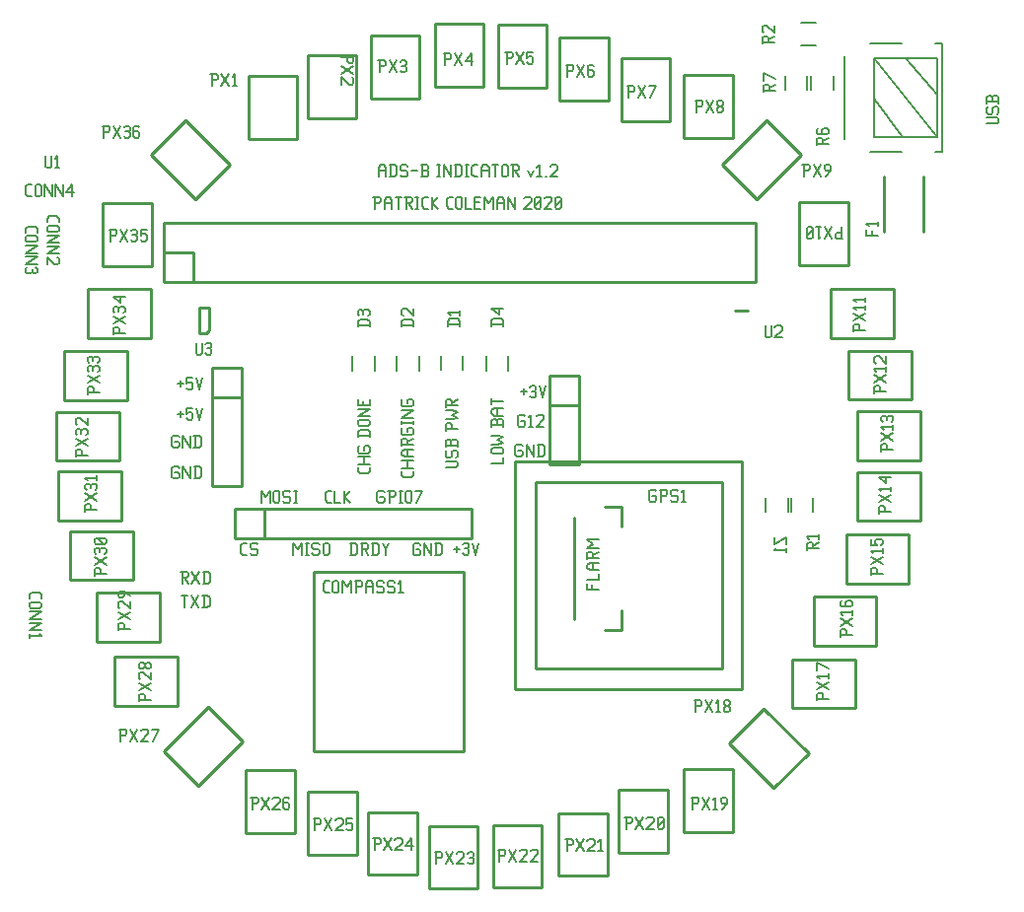
<source format=gbr>
G04 start of page 8 for group -4079 idx -4079 *
G04 Title: (unknown), topsilk *
G04 Creator: pcb 4.2.0 *
G04 CreationDate: Sun Feb  2 22:12:39 2020 UTC *
G04 For: blinken *
G04 Format: Gerber/RS-274X *
G04 PCB-Dimensions (mm): 90.16 90.16 *
G04 PCB-Coordinate-Origin: lower left *
%MOMM*%
%FSLAX43Y43*%
%LNTOPSILK*%
%ADD74C,0.203*%
%ADD73C,0.254*%
%ADD72C,0.200*%
G54D72*X13290Y56348D02*X13798D01*
X13544Y56602D02*Y56094D01*
X14103Y56856D02*X14611D01*
X14103D02*Y56348D01*
X14230Y56475D01*
X14484D01*
X14611Y56348D01*
Y55967D01*
X14484Y55840D02*X14611Y55967D01*
X14230Y55840D02*X14484D01*
X14103Y55967D02*X14230Y55840D01*
X14916Y56856D02*X15170Y55840D01*
X15424Y56856D01*
X13290Y53758D02*X13798D01*
X13544Y54012D02*Y53504D01*
X14103Y54266D02*X14611D01*
X14103D02*Y53758D01*
X14230Y53885D01*
X14484D01*
X14611Y53758D01*
Y53377D01*
X14484Y53250D02*X14611Y53377D01*
X14230Y53250D02*X14484D01*
X14103Y53377D02*X14230Y53250D01*
X14916Y54266D02*X15170Y53250D01*
X15424Y54266D01*
X13328Y51866D02*X13455Y51739D01*
X12947Y51866D02*X13328D01*
X12820Y51739D02*X12947Y51866D01*
X12820Y51739D02*Y50977D01*
X12947Y50850D01*
X13328D01*
X13455Y50977D01*
Y51231D02*Y50977D01*
X13328Y51358D02*X13455Y51231D01*
X13074Y51358D02*X13328D01*
X13760Y51866D02*Y50850D01*
Y51866D02*X14395Y50850D01*
Y51866D02*Y50850D01*
X14827Y51866D02*Y50850D01*
X15157Y51866D02*X15335Y51688D01*
Y51028D01*
X15157Y50850D02*X15335Y51028D01*
X14700Y50850D02*X15157D01*
X14700Y51866D02*X15157D01*
X13358Y49236D02*X13485Y49109D01*
X12977Y49236D02*X13358D01*
X12850Y49109D02*X12977Y49236D01*
X12850Y49109D02*Y48347D01*
X12977Y48220D01*
X13358D01*
X13485Y48347D01*
Y48601D02*Y48347D01*
X13358Y48728D02*X13485Y48601D01*
X13104Y48728D02*X13358D01*
X13790Y49236D02*Y48220D01*
Y49236D02*X14425Y48220D01*
Y49236D02*Y48220D01*
X14857Y49236D02*Y48220D01*
X15187Y49236D02*X15365Y49058D01*
Y48398D01*
X15187Y48220D02*X15365Y48398D01*
X14730Y48220D02*X15187D01*
X14730Y49236D02*X15187D01*
X28237Y42616D02*Y41600D01*
X28567Y42616D02*X28745Y42438D01*
Y41778D01*
X28567Y41600D02*X28745Y41778D01*
X28110Y41600D02*X28567D01*
X28110Y42616D02*X28567D01*
X29050D02*X29558D01*
X29685Y42489D01*
Y42235D01*
X29558Y42108D02*X29685Y42235D01*
X29177Y42108D02*X29558D01*
X29177Y42616D02*Y41600D01*
X29380Y42108D02*X29685Y41600D01*
X30117Y42616D02*Y41600D01*
X30447Y42616D02*X30625Y42438D01*
Y41778D01*
X30447Y41600D02*X30625Y41778D01*
X29990Y41600D02*X30447D01*
X29990Y42616D02*X30447D01*
X30929D02*X31183Y42108D01*
X31437Y42616D01*
X31183Y42108D02*Y41600D01*
X26178Y46140D02*X26508D01*
X26000Y46318D02*X26178Y46140D01*
X26000Y46978D02*Y46318D01*
Y46978D02*X26178Y47156D01*
X26508D01*
X26813D02*Y46140D01*
X27321D01*
X27626Y47156D02*Y46140D01*
Y46648D02*X28134Y47156D01*
X27626Y46648D02*X28134Y46140D01*
X20500Y47156D02*Y46140D01*
Y47156D02*X20881Y46648D01*
X21262Y47156D01*
Y46140D01*
X21567Y47029D02*Y46267D01*
Y47029D02*X21694Y47156D01*
X21948D01*
X22075Y47029D01*
Y46267D01*
X21948Y46140D02*X22075Y46267D01*
X21694Y46140D02*X21948D01*
X21567Y46267D02*X21694Y46140D01*
X22888Y47156D02*X23015Y47029D01*
X22507Y47156D02*X22888D01*
X22380Y47029D02*X22507Y47156D01*
X22380Y47029D02*Y46775D01*
X22507Y46648D01*
X22888D01*
X23015Y46521D01*
Y46267D01*
X22888Y46140D02*X23015Y46267D01*
X22507Y46140D02*X22888D01*
X22380Y46267D02*X22507Y46140D01*
X23319Y47156D02*X23573D01*
X23446D02*Y46140D01*
X23319D02*X23573D01*
X23250Y42656D02*Y41640D01*
Y42656D02*X23631Y42148D01*
X24012Y42656D01*
Y41640D01*
X24317Y42656D02*X24571D01*
X24444D02*Y41640D01*
X24317D02*X24571D01*
X25384Y42656D02*X25511Y42529D01*
X25003Y42656D02*X25384D01*
X24876Y42529D02*X25003Y42656D01*
X24876Y42529D02*Y42275D01*
X25003Y42148D01*
X25384D01*
X25511Y42021D01*
Y41767D01*
X25384Y41640D02*X25511Y41767D01*
X25003Y41640D02*X25384D01*
X24876Y41767D02*X25003Y41640D01*
X25815Y42529D02*Y41767D01*
Y42529D02*X25942Y42656D01*
X26196D01*
X26323Y42529D01*
Y41767D01*
X26196Y41640D02*X26323Y41767D01*
X25942Y41640D02*X26196D01*
X25815Y41767D02*X25942Y41640D01*
X18928D02*X19258D01*
X18750Y41818D02*X18928Y41640D01*
X18750Y42478D02*Y41818D01*
Y42478D02*X18928Y42656D01*
X19258D01*
X20071D02*X20198Y42529D01*
X19690Y42656D02*X20071D01*
X19563Y42529D02*X19690Y42656D01*
X19563Y42529D02*Y42275D01*
X19690Y42148D01*
X20071D01*
X20198Y42021D01*
Y41767D01*
X20071Y41640D02*X20198Y41767D01*
X19690Y41640D02*X20071D01*
X19563Y41767D02*X19690Y41640D01*
X33560Y48798D02*Y48468D01*
X33382Y48290D02*X33560Y48468D01*
X32722Y48290D02*X33382D01*
X32722D02*X32544Y48468D01*
Y48798D02*Y48468D01*
Y49103D02*X33560D01*
X32544Y49738D02*X33560D01*
X33052D02*Y49103D01*
X32798Y50043D02*X33560D01*
X32798D02*X32544Y50221D01*
Y50500D02*Y50221D01*
Y50500D02*X32798Y50678D01*
X33560D01*
X33052D02*Y50043D01*
X32544Y51491D02*Y50983D01*
Y51491D02*X32671Y51618D01*
X32925D01*
X33052Y51491D02*X32925Y51618D01*
X33052Y51491D02*Y51110D01*
X32544D02*X33560D01*
X33052Y51313D02*X33560Y51618D01*
X32544Y52430D02*X32671Y52557D01*
X32544Y52430D02*Y52049D01*
X32671Y51922D02*X32544Y52049D01*
X32671Y51922D02*X33433D01*
X33560Y52049D01*
Y52430D02*Y52049D01*
Y52430D02*X33433Y52557D01*
X33179D02*X33433D01*
X33052Y52430D02*X33179Y52557D01*
X33052Y52430D02*Y52176D01*
X32544Y53116D02*Y52862D01*
Y52989D02*X33560D01*
Y53116D02*Y52862D01*
X32544Y53421D02*X33560D01*
X32544D02*X33560Y54056D01*
X32544D02*X33560D01*
X32544Y54869D02*X32671Y54996D01*
X32544Y54869D02*Y54488D01*
X32671Y54361D02*X32544Y54488D01*
X32671Y54361D02*X33433D01*
X33560Y54488D01*
Y54869D02*Y54488D01*
Y54869D02*X33433Y54996D01*
X33179D02*X33433D01*
X33052Y54869D02*X33179Y54996D01*
X33052Y54869D02*Y54615D01*
X29810Y49128D02*Y48798D01*
X29632Y48620D02*X29810Y48798D01*
X28972Y48620D02*X29632D01*
X28972D02*X28794Y48798D01*
Y49128D02*Y48798D01*
Y49433D02*X29810D01*
X28794Y50068D02*X29810D01*
X29302D02*Y49433D01*
X28794Y50881D02*X28921Y51008D01*
X28794Y50881D02*Y50500D01*
X28921Y50373D02*X28794Y50500D01*
X28921Y50373D02*X29683D01*
X29810Y50500D01*
Y50881D02*Y50500D01*
Y50881D02*X29683Y51008D01*
X29429D02*X29683D01*
X29302Y50881D02*X29429Y51008D01*
X29302Y50881D02*Y50627D01*
X28794Y51897D02*X29810D01*
X28794Y52227D02*X28972Y52405D01*
X29632D01*
X29810Y52227D02*X29632Y52405D01*
X29810Y52227D02*Y51770D01*
X28794Y52227D02*Y51770D01*
X28921Y52710D02*X29683D01*
X28921D02*X28794Y52837D01*
Y53091D02*Y52837D01*
Y53091D02*X28921Y53218D01*
X29683D01*
X29810Y53091D02*X29683Y53218D01*
X29810Y53091D02*Y52837D01*
X29683Y52710D02*X29810Y52837D01*
X28794Y53522D02*X29810D01*
X28794D02*X29810Y54157D01*
X28794D02*X29810D01*
X29251Y54843D02*Y54462D01*
X29810Y54970D02*Y54462D01*
X28794D02*X29810D01*
X28794Y54970D02*Y54462D01*
X36324Y49170D02*X37213D01*
X37340Y49297D01*
Y49551D02*Y49297D01*
Y49551D02*X37213Y49678D01*
X36324D02*X37213D01*
X36324Y50491D02*X36451Y50618D01*
X36324Y50491D02*Y50110D01*
X36451Y49983D02*X36324Y50110D01*
X36451Y49983D02*X36705D01*
X36832Y50110D01*
Y50491D02*Y50110D01*
Y50491D02*X36959Y50618D01*
X37213D01*
X37340Y50491D02*X37213Y50618D01*
X37340Y50491D02*Y50110D01*
X37213Y49983D02*X37340Y50110D01*
Y51431D02*Y50923D01*
Y51431D02*X37213Y51558D01*
X36908D02*X37213D01*
X36781Y51431D02*X36908Y51558D01*
X36781Y51431D02*Y51050D01*
X36324D02*X37340D01*
X36324Y51431D02*Y50923D01*
Y51431D02*X36451Y51558D01*
X36654D01*
X36781Y51431D02*X36654Y51558D01*
X36324Y52447D02*X37340D01*
X36324Y52828D02*Y52320D01*
Y52828D02*X36451Y52955D01*
X36705D01*
X36832Y52828D02*X36705Y52955D01*
X36832Y52828D02*Y52447D01*
X36324Y53260D02*X36832D01*
X37340Y53387D01*
X36832Y53641D01*
X37340Y53895D01*
X36832Y54022D01*
X36324D02*X36832D01*
X36324Y54834D02*Y54326D01*
Y54834D02*X36451Y54961D01*
X36705D01*
X36832Y54834D02*X36705Y54961D01*
X36832Y54834D02*Y54453D01*
X36324D02*X37340D01*
X36832Y54657D02*X37340Y54961D01*
X34048Y42616D02*X34175Y42489D01*
X33667Y42616D02*X34048D01*
X33540Y42489D02*X33667Y42616D01*
X33540Y42489D02*Y41727D01*
X33667Y41600D01*
X34048D01*
X34175Y41727D01*
Y41981D02*Y41727D01*
X34048Y42108D02*X34175Y41981D01*
X33794Y42108D02*X34048D01*
X34480Y42616D02*Y41600D01*
Y42616D02*X35115Y41600D01*
Y42616D02*Y41600D01*
X35547Y42616D02*Y41600D01*
X35877Y42616D02*X36055Y42438D01*
Y41778D01*
X35877Y41600D02*X36055Y41778D01*
X35420Y41600D02*X35877D01*
X35420Y42616D02*X35877D01*
X30968Y47126D02*X31095Y46999D01*
X30587Y47126D02*X30968D01*
X30460Y46999D02*X30587Y47126D01*
X30460Y46999D02*Y46237D01*
X30587Y46110D01*
X30968D01*
X31095Y46237D01*
Y46491D02*Y46237D01*
X30968Y46618D02*X31095Y46491D01*
X30714Y46618D02*X30968D01*
X31527Y47126D02*Y46110D01*
X31400Y47126D02*X31908D01*
X32035Y46999D01*
Y46745D01*
X31908Y46618D02*X32035Y46745D01*
X31527Y46618D02*X31908D01*
X32340Y47126D02*X32594D01*
X32467D02*Y46110D01*
X32340D02*X32594D01*
X32898Y46999D02*Y46237D01*
Y46999D02*X33025Y47126D01*
X33279D01*
X33406Y46999D01*
Y46237D01*
X33279Y46110D02*X33406Y46237D01*
X33025Y46110D02*X33279D01*
X32898Y46237D02*X33025Y46110D01*
X33838D02*X34346Y47126D01*
X33711D02*X34346D01*
X13690Y38176D02*X14198D01*
X13944D02*Y37160D01*
X14503D02*X15138Y38176D01*
X14503D02*X15138Y37160D01*
X15570Y38176D02*Y37160D01*
X15900Y38176D02*X16078Y37998D01*
Y37338D01*
X15900Y37160D02*X16078Y37338D01*
X15443Y37160D02*X15900D01*
X15443Y38176D02*X15900D01*
X13610Y40186D02*X14118D01*
X14245Y40059D01*
Y39805D01*
X14118Y39678D02*X14245Y39805D01*
X13737Y39678D02*X14118D01*
X13737Y40186D02*Y39170D01*
X13940Y39678D02*X14245Y39170D01*
X14550D02*X15185Y40186D01*
X14550D02*X15185Y39170D01*
X15617Y40186D02*Y39170D01*
X15947Y40186D02*X16125Y40008D01*
Y39348D01*
X15947Y39170D02*X16125Y39348D01*
X15490Y39170D02*X15947D01*
X15490Y40186D02*X15947D01*
X48434Y38680D02*X49450D01*
X48434Y39188D02*Y38680D01*
X48891Y39061D02*Y38680D01*
X48434Y39493D02*X49450D01*
Y40001D02*Y39493D01*
X48688Y40306D02*X49450D01*
X48688D02*X48434Y40484D01*
Y40763D02*Y40484D01*
Y40763D02*X48688Y40941D01*
X49450D01*
X48942D02*Y40306D01*
X48434Y41754D02*Y41246D01*
Y41754D02*X48561Y41881D01*
X48815D01*
X48942Y41754D02*X48815Y41881D01*
X48942Y41754D02*Y41373D01*
X48434D02*X49450D01*
X48942Y41576D02*X49450Y41881D01*
X48434Y42185D02*X49450D01*
X48434D02*X48942Y42566D01*
X48434Y42947D01*
X49450D01*
X37000Y42148D02*X37508D01*
X37254Y42402D02*Y41894D01*
X37813Y42529D02*X37940Y42656D01*
X38194D01*
X38321Y42529D01*
X38194Y41640D02*X38321Y41767D01*
X37940Y41640D02*X38194D01*
X37813Y41767D02*X37940Y41640D01*
Y42199D02*X38194D01*
X38321Y42529D02*Y42326D01*
Y42072D02*Y41767D01*
Y42072D02*X38194Y42199D01*
X38321Y42326D02*X38194Y42199D01*
X38626Y42656D02*X38880Y41640D01*
X39134Y42656D01*
X40259Y49506D02*X41275D01*
Y50014D02*Y49506D01*
X40386Y50319D02*X41148D01*
X40386D02*X40259Y50446D01*
Y50700D02*Y50446D01*
Y50700D02*X40386Y50827D01*
X41148D01*
X41275Y50700D02*X41148Y50827D01*
X41275Y50700D02*Y50446D01*
X41148Y50319D02*X41275Y50446D01*
X40259Y51132D02*X40767D01*
X41275Y51259D01*
X40767Y51513D01*
X41275Y51767D01*
X40767Y51894D01*
X40259D02*X40767D01*
X41275Y53164D02*Y52656D01*
Y53164D02*X41148Y53291D01*
X40843D02*X41148D01*
X40716Y53164D02*X40843Y53291D01*
X40716Y53164D02*Y52783D01*
X40259D02*X41275D01*
X40259Y53164D02*Y52656D01*
Y53164D02*X40386Y53291D01*
X40589D01*
X40716Y53164D02*X40589Y53291D01*
X40513Y53596D02*X41275D01*
X40513D02*X40259Y53774D01*
Y54053D02*Y53774D01*
Y54053D02*X40513Y54231D01*
X41275D01*
X40767D02*Y53596D01*
X40259Y55044D02*Y54536D01*
Y54790D02*X41275D01*
X42750Y55648D02*X43258D01*
X43004Y55902D02*Y55394D01*
X43563Y56029D02*X43690Y56156D01*
X43944D01*
X44071Y56029D01*
X43944Y55140D02*X44071Y55267D01*
X43690Y55140D02*X43944D01*
X43563Y55267D02*X43690Y55140D01*
Y55699D02*X43944D01*
X44071Y56029D02*Y55826D01*
Y55572D02*Y55267D01*
Y55572D02*X43944Y55699D01*
X44071Y55826D02*X43944Y55699D01*
X44376Y56156D02*X44630Y55140D01*
X44884Y56156D01*
X42828Y51116D02*X42955Y50989D01*
X42447Y51116D02*X42828D01*
X42320Y50989D02*X42447Y51116D01*
X42320Y50989D02*Y50227D01*
X42447Y50100D01*
X42828D01*
X42955Y50227D01*
Y50481D02*Y50227D01*
X42828Y50608D02*X42955Y50481D01*
X42574Y50608D02*X42828D01*
X43260Y51116D02*Y50100D01*
Y51116D02*X43895Y50100D01*
Y51116D02*Y50100D01*
X44327Y51116D02*Y50100D01*
X44657Y51116D02*X44835Y50938D01*
Y50278D01*
X44657Y50100D02*X44835Y50278D01*
X44200Y50100D02*X44657D01*
X44200Y51116D02*X44657D01*
X43008Y53656D02*X43135Y53529D01*
X42627Y53656D02*X43008D01*
X42500Y53529D02*X42627Y53656D01*
X42500Y53529D02*Y52767D01*
X42627Y52640D01*
X43008D01*
X43135Y52767D01*
Y53021D02*Y52767D01*
X43008Y53148D02*X43135Y53021D01*
X42754Y53148D02*X43008D01*
X43440Y53453D02*X43643Y53656D01*
Y52640D01*
X43440D02*X43821D01*
X44126Y53529D02*X44253Y53656D01*
X44634D01*
X44761Y53529D01*
Y53275D01*
X44126Y52640D02*X44761Y53275D01*
X44126Y52640D02*X44761D01*
X30570Y74862D02*Y74100D01*
Y74862D02*X30748Y75116D01*
X31027D01*
X31205Y74862D01*
Y74100D01*
X30570Y74608D02*X31205D01*
X31637Y75116D02*Y74100D01*
X31967Y75116D02*X32145Y74938D01*
Y74278D01*
X31967Y74100D02*X32145Y74278D01*
X31510Y74100D02*X31967D01*
X31510Y75116D02*X31967D01*
X32958D02*X33085Y74989D01*
X32577Y75116D02*X32958D01*
X32450Y74989D02*X32577Y75116D01*
X32450Y74989D02*Y74735D01*
X32577Y74608D01*
X32958D01*
X33085Y74481D01*
Y74227D01*
X32958Y74100D02*X33085Y74227D01*
X32577Y74100D02*X32958D01*
X32450Y74227D02*X32577Y74100D01*
X33389Y74608D02*X33897D01*
X34202Y74100D02*X34710D01*
X34837Y74227D01*
Y74532D02*Y74227D01*
X34710Y74659D02*X34837Y74532D01*
X34329Y74659D02*X34710D01*
X34329Y75116D02*Y74100D01*
X34202Y75116D02*X34710D01*
X34837Y74989D01*
Y74786D01*
X34710Y74659D02*X34837Y74786D01*
X35599Y75116D02*X35853D01*
X35726D02*Y74100D01*
X35599D02*X35853D01*
X36158Y75116D02*Y74100D01*
Y75116D02*X36793Y74100D01*
Y75116D02*Y74100D01*
X37225Y75116D02*Y74100D01*
X37555Y75116D02*X37733Y74938D01*
Y74278D01*
X37555Y74100D02*X37733Y74278D01*
X37098Y74100D02*X37555D01*
X37098Y75116D02*X37555D01*
X38038D02*X38292D01*
X38165D02*Y74100D01*
X38038D02*X38292D01*
X38774D02*X39104D01*
X38596Y74278D02*X38774Y74100D01*
X38596Y74938D02*Y74278D01*
Y74938D02*X38774Y75116D01*
X39104D01*
X39409Y74862D02*Y74100D01*
Y74862D02*X39587Y75116D01*
X39866D01*
X40044Y74862D01*
Y74100D01*
X39409Y74608D02*X40044D01*
X40349Y75116D02*X40857D01*
X40603D02*Y74100D01*
X41162Y74989D02*Y74227D01*
Y74989D02*X41289Y75116D01*
X41543D01*
X41670Y74989D01*
Y74227D01*
X41543Y74100D02*X41670Y74227D01*
X41289Y74100D02*X41543D01*
X41162Y74227D02*X41289Y74100D01*
X41975Y75116D02*X42483D01*
X42610Y74989D01*
Y74735D01*
X42483Y74608D02*X42610Y74735D01*
X42102Y74608D02*X42483D01*
X42102Y75116D02*Y74100D01*
X42305Y74608D02*X42610Y74100D01*
X43372Y74608D02*X43626Y74100D01*
X43880Y74608D02*X43626Y74100D01*
X44184Y74913D02*X44388Y75116D01*
Y74100D01*
X44184D02*X44565D01*
X44870D02*X44997D01*
X45302Y74989D02*X45429Y75116D01*
X45810D01*
X45937Y74989D01*
Y74735D01*
X45302Y74100D02*X45937Y74735D01*
X45302Y74100D02*X45937D01*
X30257Y72386D02*Y71370D01*
X30130Y72386D02*X30638D01*
X30765Y72259D01*
Y72005D01*
X30638Y71878D02*X30765Y72005D01*
X30257Y71878D02*X30638D01*
X31070Y72132D02*Y71370D01*
Y72132D02*X31248Y72386D01*
X31527D01*
X31705Y72132D01*
Y71370D01*
X31070Y71878D02*X31705D01*
X32010Y72386D02*X32518D01*
X32264D02*Y71370D01*
X32822Y72386D02*X33330D01*
X33457Y72259D01*
Y72005D01*
X33330Y71878D02*X33457Y72005D01*
X32949Y71878D02*X33330D01*
X32949Y72386D02*Y71370D01*
X33153Y71878D02*X33457Y71370D01*
X33762Y72386D02*X34016D01*
X33889D02*Y71370D01*
X33762D02*X34016D01*
X34499D02*X34829D01*
X34321Y71548D02*X34499Y71370D01*
X34321Y72208D02*Y71548D01*
Y72208D02*X34499Y72386D01*
X34829D01*
X35134D02*Y71370D01*
Y71878D02*X35642Y72386D01*
X35134Y71878D02*X35642Y71370D01*
X36582D02*X36912D01*
X36404Y71548D02*X36582Y71370D01*
X36404Y72208D02*Y71548D01*
Y72208D02*X36582Y72386D01*
X36912D01*
X37217Y72259D02*Y71497D01*
Y72259D02*X37344Y72386D01*
X37598D01*
X37725Y72259D01*
Y71497D01*
X37598Y71370D02*X37725Y71497D01*
X37344Y71370D02*X37598D01*
X37217Y71497D02*X37344Y71370D01*
X38029Y72386D02*Y71370D01*
X38537D01*
X38842Y71929D02*X39223D01*
X38842Y71370D02*X39350D01*
X38842Y72386D02*Y71370D01*
Y72386D02*X39350D01*
X39655D02*Y71370D01*
Y72386D02*X40036Y71878D01*
X40417Y72386D01*
Y71370D01*
X40722Y72132D02*Y71370D01*
Y72132D02*X40900Y72386D01*
X41179D01*
X41357Y72132D01*
Y71370D01*
X40722Y71878D02*X41357D01*
X41662Y72386D02*Y71370D01*
Y72386D02*X42297Y71370D01*
Y72386D02*Y71370D01*
X43059Y72259D02*X43186Y72386D01*
X43567D01*
X43694Y72259D01*
Y72005D01*
X43059Y71370D02*X43694Y72005D01*
X43059Y71370D02*X43694D01*
X43998Y71497D02*X44125Y71370D01*
X43998Y72259D02*Y71497D01*
Y72259D02*X44125Y72386D01*
X44379D01*
X44506Y72259D01*
Y71497D01*
X44379Y71370D02*X44506Y71497D01*
X44125Y71370D02*X44379D01*
X43998Y71624D02*X44506Y72132D01*
X44811Y72259D02*X44938Y72386D01*
X45319D01*
X45446Y72259D01*
Y72005D01*
X44811Y71370D02*X45446Y72005D01*
X44811Y71370D02*X45446D01*
X45751Y71497D02*X45878Y71370D01*
X45751Y72259D02*Y71497D01*
Y72259D02*X45878Y72386D01*
X46132D01*
X46259Y72259D01*
Y71497D01*
X46132Y71370D02*X46259Y71497D01*
X45878Y71370D02*X46132D01*
X45751Y71624D02*X46259Y72132D01*
G54D73*X40800Y87160D02*X45000D01*
X40800D02*Y81760D01*
X45000D01*
Y87160D02*Y81760D01*
X46100Y86060D02*X50300D01*
X46100D02*Y80660D01*
X50300D01*
Y86060D02*Y80660D01*
X51400Y84260D02*X55600D01*
X51400D02*Y78860D01*
X55600D01*
Y84260D02*Y78860D01*
X61181Y62617D02*X62281D01*
X45268Y57032D02*Y49412D01*
X47808D01*
Y57032D01*
X45268D01*
Y54492D02*X47808D01*
Y57032D01*
X47383Y44793D02*Y36143D01*
X51433Y45793D02*Y44043D01*
X49983Y35143D02*X51433D01*
Y36893D02*Y35143D01*
X49983Y45793D02*X51433D01*
X12140Y65100D02*X62940D01*
Y70180D02*Y65100D01*
X12140Y70180D02*X62940D01*
X12140D02*Y65100D01*
X14680Y67640D02*Y65100D01*
X12140Y67640D02*X14680D01*
X35400Y87260D02*X39600D01*
X35400D02*Y81860D01*
X39600D01*
Y87260D02*Y81860D01*
X29900Y86260D02*X34100D01*
X29900D02*Y80860D01*
X34100D01*
Y86260D02*Y80860D01*
X5600Y60260D02*Y64460D01*
Y60260D02*X11000D01*
Y64460D01*
X5600D02*X11000D01*
X15205Y62898D02*X16047D01*
Y60945D01*
X15793Y60691D01*
X15205D02*X15793D01*
X15205Y62898D02*Y60691D01*
X6910Y71820D02*X11110D01*
X6910D02*Y66420D01*
X11110D01*
Y71820D02*Y66420D01*
X19400Y82760D02*X23600D01*
X19400D02*Y77360D01*
X23600D01*
Y82760D02*Y77360D01*
X24490Y84520D02*X28690D01*
X24490D02*Y79120D01*
X28690D01*
Y84520D02*Y79120D01*
X11011Y75992D02*X13980Y78962D01*
X11011Y75992D02*X14829Y72174D01*
X17799Y75144D01*
X13980Y78962D02*X17799Y75144D01*
X44600Y13060D02*X40400D01*
X44600D02*Y18460D01*
X40400D01*
Y13060D02*Y18460D01*
X33900Y14160D02*X29700D01*
X33900D02*Y19560D01*
X29700D01*
Y14160D02*Y19560D01*
X28700Y15860D02*X24500D01*
X28700D02*Y21260D01*
X24500D01*
Y15860D02*Y21260D01*
X39100Y12960D02*X34900D01*
X39100D02*Y18360D01*
X34900D01*
Y12960D02*Y18360D01*
X25051Y40181D02*X37851D01*
X25051D02*Y24781D01*
X37851D01*
Y40181D02*Y24781D01*
X18260Y43030D02*X38580D01*
Y45570D02*Y43030D01*
X18260Y45570D02*X38580D01*
X18260D02*Y43030D01*
X20800Y45570D02*Y43030D01*
X18260Y45570D02*X20800D01*
X4100Y39460D02*Y43660D01*
Y39460D02*X9500D01*
Y43660D01*
X4100D02*X9500D01*
X3100Y44610D02*Y48810D01*
Y44610D02*X8500D01*
Y48810D01*
X3100D02*X8500D01*
X2900Y49710D02*Y53910D01*
Y49710D02*X8300D01*
Y53910D01*
X2900D02*X8300D01*
X3600Y54910D02*Y59110D01*
Y54910D02*X9000D01*
Y59110D01*
X3600D02*X9000D01*
X16298Y57685D02*Y47525D01*
X18838D01*
Y57685D01*
X16298D01*
Y55145D02*X18838D01*
Y57685D01*
X23400Y17760D02*X19200D01*
X23400D02*Y23160D01*
X19200D01*
Y17760D02*Y23160D01*
X15104Y21779D02*X12134Y24749D01*
X15104Y21779D02*X18922Y25598D01*
X15952Y28567D01*
X12134Y24749D02*X15952Y28567D01*
X7900Y28660D02*Y32860D01*
Y28660D02*X13300D01*
Y32860D01*
X7900D02*X13300D01*
X6400Y34160D02*Y38360D01*
Y34160D02*X11800D01*
Y38360D01*
X6400D02*X11800D01*
X76300Y59160D02*Y54960D01*
Y59160D02*X70900D01*
Y54960D01*
X76300D02*X70900D01*
X77100Y53960D02*Y49760D01*
Y53960D02*X71700D01*
Y49760D01*
X77100D02*X71700D01*
X77100Y48760D02*Y44560D01*
Y48760D02*X71700D01*
Y44560D01*
X77100D02*X71700D01*
X76100Y43360D02*Y39160D01*
Y43360D02*X70700D01*
Y39160D01*
X76100D02*X70700D01*
X73300Y38060D02*Y33860D01*
Y38060D02*X67900D01*
Y33860D01*
X73300D02*X67900D01*
X71500Y32660D02*Y28460D01*
Y32660D02*X66100D01*
Y28460D01*
X71500D02*X66100D01*
G54D74*X67890Y46520D02*Y45320D01*
X65990Y46520D02*Y45320D01*
G54D73*X67470Y24630D02*X64500Y21660D01*
X67470Y24630D02*X63652Y28448D01*
X60682Y25478D01*
X64500Y21660D02*X60682Y25478D01*
X61000Y17860D02*X56800D01*
X61000D02*Y23260D01*
X56800D01*
Y17860D02*Y23260D01*
X55400Y16060D02*X51200D01*
X55400D02*Y21460D01*
X51200D01*
Y16060D02*Y21460D01*
X50200Y14060D02*X46000D01*
X50200D02*Y19460D01*
X46000D01*
Y14060D02*Y19460D01*
G54D74*X35920Y58694D02*Y57494D01*
X37820Y58694D02*Y57494D01*
X32135Y58687D02*Y57487D01*
X34035Y58687D02*Y57487D01*
X41684Y58684D02*Y57484D01*
X39784Y58684D02*Y57484D01*
X28339Y58691D02*Y57491D01*
X30239Y58691D02*Y57491D01*
G54D73*X44037Y47879D02*X60037D01*
Y31879D01*
X44037D01*
Y47879D01*
X42287Y49629D02*Y30129D01*
X61787D01*
Y49629D01*
X42287D01*
G54D74*X65721Y46532D02*Y45332D01*
X63821Y46532D02*Y45332D01*
G54D73*X73948Y74111D02*Y69411D01*
X77348Y74111D02*Y69411D01*
X66700Y71930D02*X70900D01*
X66700D02*Y66530D01*
X70900D01*
Y71930D02*Y66530D01*
G54D72*X73090Y77530D02*X78540D01*
Y84330D02*Y77530D01*
X73080Y84330D02*X78540D01*
X73080D02*Y77530D01*
X78540D02*X73080Y84330D01*
X78540Y81140D02*X75790Y84330D01*
X75550Y77530D02*X73080Y80820D01*
X72790Y76270D02*X75430D01*
X72800Y85590D02*X75440D01*
X78370Y76270D02*X78930D01*
Y85600D02*Y76270D01*
X78380Y85600D02*X78930D01*
X70600Y84500D02*Y77350D01*
G54D73*X56800Y82860D02*X61000D01*
X56800D02*Y77460D01*
X61000D01*
Y82860D02*Y77460D01*
X74800Y64460D02*Y60260D01*
Y64460D02*X69400D01*
Y60260D01*
X74800D02*X69400D01*
G54D74*X67347Y82795D02*Y81596D01*
X65447Y82795D02*Y81596D01*
G54D73*X63890Y78950D02*X66860Y75980D01*
X63890Y78950D02*X60072Y75132D01*
X63042Y72162D01*
X66860Y75980D02*X63042Y72162D01*
G54D74*X69620Y82790D02*Y81590D01*
X67720Y82790D02*Y81590D01*
X66870Y87300D02*X68070D01*
X66870Y85400D02*X68070D01*
G54D72*X2000Y75886D02*Y74997D01*
X2127Y74870D01*
X2381D01*
X2508Y74997D01*
Y75886D02*Y74997D01*
X2813Y75683D02*X3016Y75886D01*
Y74870D01*
X2813D02*X3194D01*
X16277Y82906D02*Y81890D01*
X16150Y82906D02*X16658D01*
X16785Y82779D01*
Y82525D01*
X16658Y82398D02*X16785Y82525D01*
X16277Y82398D02*X16658D01*
X17090Y81890D02*X17725Y82906D01*
X17090D02*X17725Y81890D01*
X18030Y82703D02*X18233Y82906D01*
Y81890D01*
X18030D02*X18411D01*
X6977Y78478D02*Y77462D01*
X6850Y78478D02*X7358D01*
X7485Y78351D01*
Y78097D01*
X7358Y77970D02*X7485Y78097D01*
X6977Y77970D02*X7358D01*
X7790Y77462D02*X8425Y78478D01*
X7790D02*X8425Y77462D01*
X8730Y78351D02*X8857Y78478D01*
X9111D01*
X9238Y78351D01*
X9111Y77462D02*X9238Y77589D01*
X8857Y77462D02*X9111D01*
X8730Y77589D02*X8857Y77462D01*
Y78021D02*X9111D01*
X9238Y78351D02*Y78148D01*
Y77894D02*Y77589D01*
Y77894D02*X9111Y78021D01*
X9238Y78148D02*X9111Y78021D01*
X9924Y78478D02*X10051Y78351D01*
X9670Y78478D02*X9924D01*
X9543Y78351D02*X9670Y78478D01*
X9543Y78351D02*Y77589D01*
X9670Y77462D01*
X9924Y78021D02*X10051Y77894D01*
X9543Y78021D02*X9924D01*
X9670Y77462D02*X9924D01*
X10051Y77589D01*
Y77894D02*Y77589D01*
X7804Y60687D02*X8820D01*
X7804Y61068D02*Y60560D01*
Y61068D02*X7931Y61195D01*
X8185D01*
X8312Y61068D02*X8185Y61195D01*
X8312Y61068D02*Y60687D01*
X8820Y61500D02*X7804Y62135D01*
Y61500D02*X8820Y62135D01*
X7931Y62440D02*X7804Y62567D01*
Y62821D02*Y62567D01*
Y62821D02*X7931Y62948D01*
X8820Y62821D02*X8693Y62948D01*
X8820Y62821D02*Y62567D01*
X8693Y62440D02*X8820Y62567D01*
X8261Y62821D02*Y62567D01*
X7931Y62948D02*X8134D01*
X8388D02*X8693D01*
X8388D02*X8261Y62821D01*
X8134Y62948D02*X8261Y62821D01*
X8439Y63253D02*X7804Y63761D01*
X8439Y63888D02*Y63253D01*
X7804Y63761D02*X8820D01*
X7587Y69566D02*Y68550D01*
X7460Y69566D02*X7968D01*
X8095Y69439D01*
Y69185D01*
X7968Y69058D02*X8095Y69185D01*
X7587Y69058D02*X7968D01*
X8400Y68550D02*X9035Y69566D01*
X8400D02*X9035Y68550D01*
X9340Y69439D02*X9467Y69566D01*
X9721D01*
X9848Y69439D01*
X9721Y68550D02*X9848Y68677D01*
X9467Y68550D02*X9721D01*
X9340Y68677D02*X9467Y68550D01*
Y69109D02*X9721D01*
X9848Y69439D02*Y69236D01*
Y68982D02*Y68677D01*
Y68982D02*X9721Y69109D01*
X9848Y69236D02*X9721Y69109D01*
X10152Y69566D02*X10660D01*
X10152D02*Y69058D01*
X10279Y69185D01*
X10533D01*
X10660Y69058D01*
Y68677D01*
X10533Y68550D02*X10660Y68677D01*
X10279Y68550D02*X10533D01*
X10152Y68677D02*X10279Y68550D01*
X458Y72430D02*X788D01*
X280Y72608D02*X458Y72430D01*
X280Y73268D02*Y72608D01*
Y73268D02*X458Y73446D01*
X788D01*
X1093Y73319D02*Y72557D01*
Y73319D02*X1220Y73446D01*
X1474D01*
X1601Y73319D01*
Y72557D01*
X1474Y72430D02*X1601Y72557D01*
X1220Y72430D02*X1474D01*
X1093Y72557D02*X1220Y72430D01*
X1906Y73446D02*Y72430D01*
Y73446D02*X2541Y72430D01*
Y73446D02*Y72430D01*
X2845Y73446D02*Y72430D01*
Y73446D02*X3480Y72430D01*
Y73446D02*Y72430D01*
X3785Y72811D02*X4293Y73446D01*
X3785Y72811D02*X4420D01*
X4293Y73446D02*Y72430D01*
X278Y69644D02*Y69314D01*
X456Y69822D02*X278Y69644D01*
X456Y69822D02*X1116D01*
X1294Y69644D01*
Y69314D01*
X405Y69009D02*X1167D01*
X1294Y68882D01*
Y68628D01*
X1167Y68501D01*
X405D02*X1167D01*
X278Y68628D02*X405Y68501D01*
X278Y68882D02*Y68628D01*
X405Y69009D02*X278Y68882D01*
Y68196D02*X1294D01*
X278Y67561D01*
X1294D01*
X278Y67256D02*X1294D01*
X278Y66621D01*
X1294D01*
X1167Y66316D02*X1294Y66189D01*
Y65935D01*
X1167Y65808D01*
X278Y65935D02*X405Y65808D01*
X278Y66189D02*Y65935D01*
X405Y66316D02*X278Y66189D01*
X837D02*Y65935D01*
X964Y65808D02*X1167D01*
X405D02*X710D01*
X837Y65935D01*
X964Y65808D02*X837Y65935D01*
X2108Y70527D02*Y70197D01*
X2286Y70705D02*X2108Y70527D01*
X2286Y70705D02*X2947D01*
X3124Y70527D01*
Y70197D01*
X2235Y69892D02*X2997D01*
X3124Y69765D01*
Y69511D01*
X2997Y69384D01*
X2235D02*X2997D01*
X2108Y69511D02*X2235Y69384D01*
X2108Y69765D02*Y69511D01*
X2235Y69892D02*X2108Y69765D01*
Y69079D02*X3124D01*
X2108Y68444D01*
X3124D01*
X2108Y68140D02*X3124D01*
X2108Y67505D01*
X3124D01*
X2997Y67200D02*X3124Y67073D01*
Y66692D01*
X2997Y66565D01*
X2743D02*X2997D01*
X2108Y67200D02*X2743Y66565D01*
X2108Y67200D02*Y66565D01*
X57777Y29156D02*Y28140D01*
X57650Y29156D02*X58158D01*
X58285Y29029D01*
Y28775D01*
X58158Y28648D02*X58285Y28775D01*
X57777Y28648D02*X58158D01*
X58590Y28140D02*X59225Y29156D01*
X58590D02*X59225Y28140D01*
X59530Y28953D02*X59733Y29156D01*
Y28140D01*
X59530D02*X59911D01*
X60215Y28267D02*X60342Y28140D01*
X60215Y28470D02*Y28267D01*
Y28470D02*X60393Y28648D01*
X60546D01*
X60723Y28470D01*
Y28267D01*
X60596Y28140D02*X60723Y28267D01*
X60342Y28140D02*X60596D01*
X60215Y28826D02*X60393Y28648D01*
X60215Y29029D02*Y28826D01*
Y29029D02*X60342Y29156D01*
X60596D01*
X60723Y29029D01*
Y28826D01*
X60546Y28648D02*X60723Y28826D01*
X57527Y20806D02*Y19790D01*
X57400Y20806D02*X57908D01*
X58035Y20679D01*
Y20425D01*
X57908Y20298D02*X58035Y20425D01*
X57527Y20298D02*X57908D01*
X58340Y19790D02*X58975Y20806D01*
X58340D02*X58975Y19790D01*
X59280Y20603D02*X59483Y20806D01*
Y19790D01*
X59280D02*X59661D01*
X60092D02*X60473Y20298D01*
Y20679D02*Y20298D01*
X60346Y20806D02*X60473Y20679D01*
X60092Y20806D02*X60346D01*
X59965Y20679D02*X60092Y20806D01*
X59965Y20679D02*Y20425D01*
X60092Y20298D01*
X60473D01*
X51827Y19106D02*Y18090D01*
X51700Y19106D02*X52208D01*
X52335Y18979D01*
Y18725D01*
X52208Y18598D02*X52335Y18725D01*
X51827Y18598D02*X52208D01*
X52640Y18090D02*X53275Y19106D01*
X52640D02*X53275Y18090D01*
X53580Y18979D02*X53707Y19106D01*
X54088D01*
X54215Y18979D01*
Y18725D01*
X53580Y18090D02*X54215Y18725D01*
X53580Y18090D02*X54215D01*
X54519Y18217D02*X54646Y18090D01*
X54519Y18979D02*Y18217D01*
Y18979D02*X54646Y19106D01*
X54900D01*
X55027Y18979D01*
Y18217D01*
X54900Y18090D02*X55027Y18217D01*
X54646Y18090D02*X54900D01*
X54519Y18344D02*X55027Y18852D01*
X46727Y17206D02*Y16190D01*
X46600Y17206D02*X47108D01*
X47235Y17079D01*
Y16825D01*
X47108Y16698D02*X47235Y16825D01*
X46727Y16698D02*X47108D01*
X47540Y16190D02*X48175Y17206D01*
X47540D02*X48175Y16190D01*
X48480Y17079D02*X48607Y17206D01*
X48988D01*
X49115Y17079D01*
Y16825D01*
X48480Y16190D02*X49115Y16825D01*
X48480Y16190D02*X49115D01*
X49419Y17003D02*X49623Y17206D01*
Y16190D01*
X49419D02*X49800D01*
X40927Y16306D02*Y15290D01*
X40800Y16306D02*X41308D01*
X41435Y16179D01*
Y15925D01*
X41308Y15798D02*X41435Y15925D01*
X40927Y15798D02*X41308D01*
X41740Y15290D02*X42375Y16306D01*
X41740D02*X42375Y15290D01*
X42680Y16179D02*X42807Y16306D01*
X43188D01*
X43315Y16179D01*
Y15925D01*
X42680Y15290D02*X43315Y15925D01*
X42680Y15290D02*X43315D01*
X43619Y16179D02*X43746Y16306D01*
X44127D01*
X44254Y16179D01*
Y15925D01*
X43619Y15290D02*X44254Y15925D01*
X43619Y15290D02*X44254D01*
X30227Y17306D02*Y16290D01*
X30100Y17306D02*X30608D01*
X30735Y17179D01*
Y16925D01*
X30608Y16798D02*X30735Y16925D01*
X30227Y16798D02*X30608D01*
X31040Y16290D02*X31675Y17306D01*
X31040D02*X31675Y16290D01*
X31980Y17179D02*X32107Y17306D01*
X32488D01*
X32615Y17179D01*
Y16925D01*
X31980Y16290D02*X32615Y16925D01*
X31980Y16290D02*X32615D01*
X32919Y16671D02*X33427Y17306D01*
X32919Y16671D02*X33554D01*
X33427Y17306D02*Y16290D01*
X25127Y19006D02*Y17990D01*
X25000Y19006D02*X25508D01*
X25635Y18879D01*
Y18625D01*
X25508Y18498D02*X25635Y18625D01*
X25127Y18498D02*X25508D01*
X25940Y17990D02*X26575Y19006D01*
X25940D02*X26575Y17990D01*
X26880Y18879D02*X27007Y19006D01*
X27388D01*
X27515Y18879D01*
Y18625D01*
X26880Y17990D02*X27515Y18625D01*
X26880Y17990D02*X27515D01*
X27819Y19006D02*X28327D01*
X27819D02*Y18498D01*
X27946Y18625D01*
X28200D01*
X28327Y18498D01*
Y18117D01*
X28200Y17990D02*X28327Y18117D01*
X27946Y17990D02*X28200D01*
X27819Y18117D02*X27946Y17990D01*
X35527Y16106D02*Y15090D01*
X35400Y16106D02*X35908D01*
X36035Y15979D01*
Y15725D01*
X35908Y15598D02*X36035Y15725D01*
X35527Y15598D02*X35908D01*
X36340Y15090D02*X36975Y16106D01*
X36340D02*X36975Y15090D01*
X37280Y15979D02*X37407Y16106D01*
X37788D01*
X37915Y15979D01*
Y15725D01*
X37280Y15090D02*X37915Y15725D01*
X37280Y15090D02*X37915D01*
X38219Y15979D02*X38346Y16106D01*
X38600D01*
X38727Y15979D01*
X38600Y15090D02*X38727Y15217D01*
X38346Y15090D02*X38600D01*
X38219Y15217D02*X38346Y15090D01*
Y15649D02*X38600D01*
X38727Y15979D02*Y15776D01*
Y15522D02*Y15217D01*
Y15522D02*X38600Y15649D01*
X38727Y15776D02*X38600Y15649D01*
X36277Y84706D02*Y83690D01*
X36150Y84706D02*X36658D01*
X36785Y84579D01*
Y84325D01*
X36658Y84198D02*X36785Y84325D01*
X36277Y84198D02*X36658D01*
X37090Y83690D02*X37725Y84706D01*
X37090D02*X37725Y83690D01*
X38030Y84071D02*X38538Y84706D01*
X38030Y84071D02*X38665D01*
X38538Y84706D02*Y83690D01*
X41577Y84806D02*Y83790D01*
X41450Y84806D02*X41958D01*
X42085Y84679D01*
Y84425D01*
X41958Y84298D02*X42085Y84425D01*
X41577Y84298D02*X41958D01*
X42390Y83790D02*X43025Y84806D01*
X42390D02*X43025Y83790D01*
X43330Y84806D02*X43838D01*
X43330D02*Y84298D01*
X43457Y84425D01*
X43711D01*
X43838Y84298D01*
Y83917D01*
X43711Y83790D02*X43838Y83917D01*
X43457Y83790D02*X43711D01*
X43330Y83917D02*X43457Y83790D01*
X46777Y83706D02*Y82690D01*
X46650Y83706D02*X47158D01*
X47285Y83579D01*
Y83325D01*
X47158Y83198D02*X47285Y83325D01*
X46777Y83198D02*X47158D01*
X47590Y82690D02*X48225Y83706D01*
X47590D02*X48225Y82690D01*
X48911Y83706D02*X49038Y83579D01*
X48657Y83706D02*X48911D01*
X48530Y83579D02*X48657Y83706D01*
X48530Y83579D02*Y82817D01*
X48657Y82690D01*
X48911Y83249D02*X49038Y83122D01*
X48530Y83249D02*X48911D01*
X48657Y82690D02*X48911D01*
X49038Y82817D01*
Y83122D02*Y82817D01*
X27420Y84393D02*X28436D01*
Y84520D02*Y84012D01*
X28309Y83885D01*
X28055D02*X28309D01*
X27928Y84012D02*X28055Y83885D01*
X27928Y84393D02*Y84012D01*
X27420Y83580D02*X28436Y82945D01*
Y83580D02*X27420Y82945D01*
X28309Y82640D02*X28436Y82513D01*
Y82132D01*
X28309Y82005D01*
X28055D02*X28309D01*
X27420Y82640D02*X28055Y82005D01*
X27420Y82640D02*Y82005D01*
X30677Y84106D02*Y83090D01*
X30550Y84106D02*X31058D01*
X31185Y83979D01*
Y83725D01*
X31058Y83598D02*X31185Y83725D01*
X30677Y83598D02*X31058D01*
X31490Y83090D02*X32125Y84106D01*
X31490D02*X32125Y83090D01*
X32430Y83979D02*X32557Y84106D01*
X32811D01*
X32938Y83979D01*
X32811Y83090D02*X32938Y83217D01*
X32557Y83090D02*X32811D01*
X32430Y83217D02*X32557Y83090D01*
Y83649D02*X32811D01*
X32938Y83979D02*Y83776D01*
Y83522D02*Y83217D01*
Y83522D02*X32811Y83649D01*
X32938Y83776D02*X32811Y83649D01*
X52027Y81906D02*Y80890D01*
X51900Y81906D02*X52408D01*
X52535Y81779D01*
Y81525D01*
X52408Y81398D02*X52535Y81525D01*
X52027Y81398D02*X52408D01*
X52840Y80890D02*X53475Y81906D01*
X52840D02*X53475Y80890D01*
X53907D02*X54415Y81906D01*
X53780D02*X54415D01*
X19727Y20806D02*Y19790D01*
X19600Y20806D02*X20108D01*
X20235Y20679D01*
Y20425D01*
X20108Y20298D02*X20235Y20425D01*
X19727Y20298D02*X20108D01*
X20540Y19790D02*X21175Y20806D01*
X20540D02*X21175Y19790D01*
X21480Y20679D02*X21607Y20806D01*
X21988D01*
X22115Y20679D01*
Y20425D01*
X21480Y19790D02*X22115Y20425D01*
X21480Y19790D02*X22115D01*
X22800Y20806D02*X22927Y20679D01*
X22546Y20806D02*X22800D01*
X22419Y20679D02*X22546Y20806D01*
X22419Y20679D02*Y19917D01*
X22546Y19790D01*
X22800Y20349D02*X22927Y20222D01*
X22419Y20349D02*X22800D01*
X22546Y19790D02*X22800D01*
X22927Y19917D01*
Y20222D02*Y19917D01*
X8427Y26656D02*Y25640D01*
X8300Y26656D02*X8808D01*
X8935Y26529D01*
Y26275D01*
X8808Y26148D02*X8935Y26275D01*
X8427Y26148D02*X8808D01*
X9240Y25640D02*X9875Y26656D01*
X9240D02*X9875Y25640D01*
X10180Y26529D02*X10307Y26656D01*
X10688D01*
X10815Y26529D01*
Y26275D01*
X10180Y25640D02*X10815Y26275D01*
X10180Y25640D02*X10815D01*
X11246D02*X11754Y26656D01*
X11119D02*X11754D01*
X10004Y29187D02*X11020D01*
X10004Y29568D02*Y29060D01*
Y29568D02*X10131Y29695D01*
X10385D01*
X10512Y29568D02*X10385Y29695D01*
X10512Y29568D02*Y29187D01*
X11020Y30000D02*X10004Y30635D01*
Y30000D02*X11020Y30635D01*
X10131Y30940D02*X10004Y31067D01*
Y31448D02*Y31067D01*
Y31448D02*X10131Y31575D01*
X10385D01*
X11020Y30940D02*X10385Y31575D01*
X11020D02*Y30940D01*
X10893Y31880D02*X11020Y32007D01*
X10690Y31880D02*X10893D01*
X10690D02*X10512Y32057D01*
Y32210D02*Y32057D01*
Y32210D02*X10690Y32388D01*
X10893D01*
X11020Y32261D02*X10893Y32388D01*
X11020Y32261D02*Y32007D01*
X10334Y31880D02*X10512Y32057D01*
X10131Y31880D02*X10334D01*
X10131D02*X10004Y32007D01*
Y32261D02*Y32007D01*
Y32261D02*X10131Y32388D01*
X10334D01*
X10512Y32210D02*X10334Y32388D01*
X8204Y35287D02*X9220D01*
X8204Y35668D02*Y35160D01*
Y35668D02*X8331Y35795D01*
X8585D01*
X8712Y35668D02*X8585Y35795D01*
X8712Y35668D02*Y35287D01*
X9220Y36100D02*X8204Y36735D01*
Y36100D02*X9220Y36735D01*
X8331Y37040D02*X8204Y37167D01*
Y37548D02*Y37167D01*
Y37548D02*X8331Y37675D01*
X8585D01*
X9220Y37040D02*X8585Y37675D01*
X9220D02*Y37040D01*
Y38107D02*X8712Y38488D01*
X8331D02*X8712D01*
X8204Y38361D02*X8331Y38488D01*
X8204Y38361D02*Y38107D01*
X8331Y37980D02*X8204Y38107D01*
X8331Y37980D02*X8585D01*
X8712Y38107D01*
Y38488D02*Y38107D01*
X6204Y39987D02*X7220D01*
X6204Y40368D02*Y39860D01*
Y40368D02*X6331Y40495D01*
X6585D01*
X6712Y40368D02*X6585Y40495D01*
X6712Y40368D02*Y39987D01*
X7220Y40800D02*X6204Y41435D01*
Y40800D02*X7220Y41435D01*
X6331Y41740D02*X6204Y41867D01*
Y42121D02*Y41867D01*
Y42121D02*X6331Y42248D01*
X7220Y42121D02*X7093Y42248D01*
X7220Y42121D02*Y41867D01*
X7093Y41740D02*X7220Y41867D01*
X6661Y42121D02*Y41867D01*
X6331Y42248D02*X6534D01*
X6788D02*X7093D01*
X6788D02*X6661Y42121D01*
X6534Y42248D02*X6661Y42121D01*
X7093Y42553D02*X7220Y42680D01*
X6331Y42553D02*X7093D01*
X6331D02*X6204Y42680D01*
Y42934D02*Y42680D01*
Y42934D02*X6331Y43061D01*
X7093D01*
X7220Y42934D02*X7093Y43061D01*
X7220Y42934D02*Y42680D01*
X6966Y42553D02*X6458Y43061D01*
X26024Y38359D02*X26354D01*
X25846Y38537D02*X26024Y38359D01*
X25846Y39197D02*Y38537D01*
Y39197D02*X26024Y39375D01*
X26354D01*
X26659Y39248D02*Y38486D01*
Y39248D02*X26786Y39375D01*
X27040D01*
X27167Y39248D01*
Y38486D01*
X27040Y38359D02*X27167Y38486D01*
X26786Y38359D02*X27040D01*
X26659Y38486D02*X26786Y38359D01*
X27471Y39375D02*Y38359D01*
Y39375D02*X27852Y38867D01*
X28233Y39375D01*
Y38359D01*
X28665Y39375D02*Y38359D01*
X28538Y39375D02*X29046D01*
X29173Y39248D01*
Y38994D01*
X29046Y38867D02*X29173Y38994D01*
X28665Y38867D02*X29046D01*
X29478Y39121D02*Y38359D01*
Y39121D02*X29656Y39375D01*
X29935D01*
X30113Y39121D01*
Y38359D01*
X29478Y38867D02*X30113D01*
X30926Y39375D02*X31053Y39248D01*
X30545Y39375D02*X30926D01*
X30418Y39248D02*X30545Y39375D01*
X30418Y39248D02*Y38994D01*
X30545Y38867D01*
X30926D01*
X31053Y38740D01*
Y38486D01*
X30926Y38359D02*X31053Y38486D01*
X30545Y38359D02*X30926D01*
X30418Y38486D02*X30545Y38359D01*
X31866Y39375D02*X31993Y39248D01*
X31485Y39375D02*X31866D01*
X31358Y39248D02*X31485Y39375D01*
X31358Y39248D02*Y38994D01*
X31485Y38867D01*
X31866D01*
X31993Y38740D01*
Y38486D01*
X31866Y38359D02*X31993Y38486D01*
X31485Y38359D02*X31866D01*
X31358Y38486D02*X31485Y38359D01*
X32297Y39172D02*X32501Y39375D01*
Y38359D01*
X32297D02*X32678D01*
X4604Y50187D02*X5620D01*
X4604Y50568D02*Y50060D01*
Y50568D02*X4731Y50695D01*
X4985D01*
X5112Y50568D02*X4985Y50695D01*
X5112Y50568D02*Y50187D01*
X5620Y51000D02*X4604Y51635D01*
Y51000D02*X5620Y51635D01*
X4731Y51940D02*X4604Y52067D01*
Y52321D02*Y52067D01*
Y52321D02*X4731Y52448D01*
X5620Y52321D02*X5493Y52448D01*
X5620Y52321D02*Y52067D01*
X5493Y51940D02*X5620Y52067D01*
X5061Y52321D02*Y52067D01*
X4731Y52448D02*X4934D01*
X5188D02*X5493D01*
X5188D02*X5061Y52321D01*
X4934Y52448D02*X5061Y52321D01*
X4731Y52753D02*X4604Y52880D01*
Y53261D02*Y52880D01*
Y53261D02*X4731Y53388D01*
X4985D01*
X5620Y52753D02*X4985Y53388D01*
X5620D02*Y52753D01*
X5604Y55587D02*X6620D01*
X5604Y55968D02*Y55460D01*
Y55968D02*X5731Y56095D01*
X5985D01*
X6112Y55968D02*X5985Y56095D01*
X6112Y55968D02*Y55587D01*
X6620Y56400D02*X5604Y57035D01*
Y56400D02*X6620Y57035D01*
X5731Y57340D02*X5604Y57467D01*
Y57721D02*Y57467D01*
Y57721D02*X5731Y57848D01*
X6620Y57721D02*X6493Y57848D01*
X6620Y57721D02*Y57467D01*
X6493Y57340D02*X6620Y57467D01*
X6061Y57721D02*Y57467D01*
X5731Y57848D02*X5934D01*
X6188D02*X6493D01*
X6188D02*X6061Y57721D01*
X5934Y57848D02*X6061Y57721D01*
X5731Y58153D02*X5604Y58280D01*
Y58534D02*Y58280D01*
Y58534D02*X5731Y58661D01*
X6620Y58534D02*X6493Y58661D01*
X6620Y58534D02*Y58280D01*
X6493Y58153D02*X6620Y58280D01*
X6061Y58534D02*Y58280D01*
X5731Y58661D02*X5934D01*
X6188D02*X6493D01*
X6188D02*X6061Y58534D01*
X5934Y58661D02*X6061Y58534D01*
X623Y38205D02*Y37875D01*
X801Y38383D02*X623Y38205D01*
X801Y38383D02*X1461D01*
X1639Y38205D01*
Y37875D01*
X750Y37570D02*X1512D01*
X1639Y37443D01*
Y37189D01*
X1512Y37062D01*
X750D02*X1512D01*
X623Y37189D02*X750Y37062D01*
X623Y37443D02*Y37189D01*
X750Y37570D02*X623Y37443D01*
Y36757D02*X1639D01*
X623Y36122D01*
X1639D01*
X623Y35817D02*X1639D01*
X623Y35182D01*
X1639D01*
X1436Y34877D02*X1639Y34674D01*
X623D02*X1639D01*
X623Y34877D02*Y34496D01*
X5404Y45487D02*X6420D01*
X5404Y45868D02*Y45360D01*
Y45868D02*X5531Y45995D01*
X5785D01*
X5912Y45868D02*X5785Y45995D01*
X5912Y45868D02*Y45487D01*
X6420Y46300D02*X5404Y46935D01*
Y46300D02*X6420Y46935D01*
X5531Y47240D02*X5404Y47367D01*
Y47621D02*Y47367D01*
Y47621D02*X5531Y47748D01*
X6420Y47621D02*X6293Y47748D01*
X6420Y47621D02*Y47367D01*
X6293Y47240D02*X6420Y47367D01*
X5861Y47621D02*Y47367D01*
X5531Y47748D02*X5734D01*
X5988D02*X6293D01*
X5988D02*X5861Y47621D01*
X5734Y47748D02*X5861Y47621D01*
X5607Y48053D02*X5404Y48256D01*
X6420D01*
Y48434D02*Y48053D01*
X54265Y47235D02*X54392Y47108D01*
X53884Y47235D02*X54265D01*
X53757Y47108D02*X53884Y47235D01*
X53757Y47108D02*Y46346D01*
X53884Y46219D01*
X54265D01*
X54392Y46346D01*
Y46600D02*Y46346D01*
X54265Y46727D02*X54392Y46600D01*
X54011Y46727D02*X54265D01*
X54824Y47235D02*Y46219D01*
X54697Y47235D02*X55205D01*
X55332Y47108D01*
Y46854D01*
X55205Y46727D02*X55332Y46854D01*
X54824Y46727D02*X55205D01*
X56145Y47235D02*X56272Y47108D01*
X55764Y47235D02*X56145D01*
X55637Y47108D02*X55764Y47235D01*
X55637Y47108D02*Y46854D01*
X55764Y46727D01*
X56145D01*
X56272Y46600D01*
Y46346D01*
X56145Y46219D02*X56272Y46346D01*
X55764Y46219D02*X56145D01*
X55637Y46346D02*X55764Y46219D01*
X56577Y47031D02*X56780Y47235D01*
Y46219D01*
X56577D02*X56958D01*
X28783Y61358D02*X29799D01*
X28783Y61688D02*X28961Y61866D01*
X29621D01*
X29799Y61688D02*X29621Y61866D01*
X29799Y61688D02*Y61231D01*
X28783Y61688D02*Y61231D01*
X28910Y62171D02*X28783Y62298D01*
Y62552D02*Y62298D01*
Y62552D02*X28910Y62679D01*
X29799Y62552D02*X29672Y62679D01*
X29799Y62552D02*Y62298D01*
X29672Y62171D02*X29799Y62298D01*
X29240Y62552D02*Y62298D01*
X28910Y62679D02*X29113D01*
X29367D02*X29672D01*
X29367D02*X29240Y62552D01*
X29113Y62679D02*X29240Y62552D01*
X36544Y61390D02*X37560D01*
X36544Y61721D02*X36722Y61898D01*
X37382D01*
X37560Y61721D02*X37382Y61898D01*
X37560Y61721D02*Y61264D01*
X36544Y61721D02*Y61264D01*
X36747Y62203D02*X36544Y62407D01*
X37560D01*
Y62584D02*Y62203D01*
X32559Y61354D02*X33575D01*
X32559Y61684D02*X32737Y61862D01*
X33397D01*
X33575Y61684D02*X33397Y61862D01*
X33575Y61684D02*Y61227D01*
X32559Y61684D02*Y61227D01*
X32686Y62166D02*X32559Y62293D01*
Y62674D02*Y62293D01*
Y62674D02*X32686Y62801D01*
X32940D01*
X33575Y62166D02*X32940Y62801D01*
X33575D02*Y62166D01*
X40270Y61423D02*X41286D01*
X40270Y61753D02*X40447Y61931D01*
X41108D01*
X41286Y61753D02*X41108Y61931D01*
X41286Y61753D02*Y61296D01*
X40270Y61753D02*Y61296D01*
X40904Y62236D02*X40270Y62744D01*
X40904Y62871D02*Y62236D01*
X40270Y62744D02*X41286D01*
X14894Y59832D02*Y58943D01*
X15021Y58816D01*
X15275D01*
X15402Y58943D01*
Y59832D02*Y58943D01*
X15706Y59705D02*X15833Y59832D01*
X16087D01*
X16214Y59705D01*
X16087Y58816D02*X16214Y58943D01*
X15833Y58816D02*X16087D01*
X15706Y58943D02*X15833Y58816D01*
Y59374D02*X16087D01*
X16214Y59705D02*Y59501D01*
Y59247D02*Y58943D01*
Y59247D02*X16087Y59374D01*
X16214Y59501D02*X16087Y59374D01*
X73104Y55637D02*X74120D01*
X73104Y56018D02*Y55510D01*
Y56018D02*X73231Y56145D01*
X73485D01*
X73612Y56018D02*X73485Y56145D01*
X73612Y56018D02*Y55637D01*
X74120Y56450D02*X73104Y57085D01*
Y56450D02*X74120Y57085D01*
X73307Y57390D02*X73104Y57593D01*
X74120D01*
Y57771D02*Y57390D01*
X73231Y58076D02*X73104Y58203D01*
Y58584D02*Y58203D01*
Y58584D02*X73231Y58711D01*
X73485D01*
X74120Y58076D02*X73485Y58711D01*
X74120D02*Y58076D01*
X73704Y50637D02*X74720D01*
X73704Y51018D02*Y50510D01*
Y51018D02*X73831Y51145D01*
X74085D01*
X74212Y51018D02*X74085Y51145D01*
X74212Y51018D02*Y50637D01*
X74720Y51450D02*X73704Y52085D01*
Y51450D02*X74720Y52085D01*
X73907Y52390D02*X73704Y52593D01*
X74720D01*
Y52771D02*Y52390D01*
X73831Y53076D02*X73704Y53203D01*
Y53457D02*Y53203D01*
Y53457D02*X73831Y53584D01*
X74720Y53457D02*X74593Y53584D01*
X74720Y53457D02*Y53203D01*
X74593Y53076D02*X74720Y53203D01*
X74161Y53457D02*Y53203D01*
X73831Y53584D02*X74034D01*
X74288D02*X74593D01*
X74288D02*X74161Y53457D01*
X74034Y53584D02*X74161Y53457D01*
X73504Y45337D02*X74520D01*
X73504Y45718D02*Y45210D01*
Y45718D02*X73631Y45845D01*
X73885D01*
X74012Y45718D02*X73885Y45845D01*
X74012Y45718D02*Y45337D01*
X74520Y46150D02*X73504Y46785D01*
Y46150D02*X74520Y46785D01*
X73707Y47090D02*X73504Y47293D01*
X74520D01*
Y47471D02*Y47090D01*
X74139Y47776D02*X73504Y48284D01*
X74139Y48411D02*Y47776D01*
X73504Y48284D02*X74520D01*
X72804Y40037D02*X73820D01*
X72804Y40418D02*Y39910D01*
Y40418D02*X72931Y40545D01*
X73185D01*
X73312Y40418D02*X73185Y40545D01*
X73312Y40418D02*Y40037D01*
X73820Y40850D02*X72804Y41485D01*
Y40850D02*X73820Y41485D01*
X73007Y41790D02*X72804Y41993D01*
X73820D01*
Y42171D02*Y41790D01*
X72804Y42984D02*Y42476D01*
X73312D01*
X73185Y42603D01*
Y42857D02*Y42603D01*
Y42857D02*X73312Y42984D01*
X73693D01*
X73820Y42857D02*X73693Y42984D01*
X73820Y42857D02*Y42603D01*
X73693Y42476D02*X73820Y42603D01*
X70204Y34737D02*X71220D01*
X70204Y35118D02*Y34610D01*
Y35118D02*X70331Y35245D01*
X70585D01*
X70712Y35118D02*X70585Y35245D01*
X70712Y35118D02*Y34737D01*
X71220Y35550D02*X70204Y36185D01*
Y35550D02*X71220Y36185D01*
X70407Y36490D02*X70204Y36693D01*
X71220D01*
Y36871D02*Y36490D01*
X70204Y37557D02*X70331Y37684D01*
X70204Y37557D02*Y37303D01*
X70331Y37176D02*X70204Y37303D01*
X70331Y37176D02*X71093D01*
X71220Y37303D01*
X70661Y37557D02*X70788Y37684D01*
X70661Y37557D02*Y37176D01*
X71220Y37557D02*Y37303D01*
Y37557D02*X71093Y37684D01*
X70788D02*X71093D01*
X68204Y29287D02*X69220D01*
X68204Y29668D02*Y29160D01*
Y29668D02*X68331Y29795D01*
X68585D01*
X68712Y29668D02*X68585Y29795D01*
X68712Y29668D02*Y29287D01*
X69220Y30100D02*X68204Y30735D01*
Y30100D02*X69220Y30735D01*
X68407Y31040D02*X68204Y31243D01*
X69220D01*
Y31421D02*Y31040D01*
Y31853D02*X68204Y32361D01*
Y31726D01*
X67344Y42578D02*Y42070D01*
Y42578D02*X67471Y42705D01*
X67725D01*
X67852Y42578D02*X67725Y42705D01*
X67852Y42578D02*Y42197D01*
X67344D02*X68360D01*
X67852Y42400D02*X68360Y42705D01*
X67547Y43010D02*X67344Y43213D01*
X68360D01*
Y43391D02*Y43010D01*
X64518Y42540D02*Y43175D01*
X65534D02*X64518Y42540D01*
X65534D02*Y43175D01*
X64721Y42236D02*X64518Y42032D01*
X65534D01*
Y41855D02*Y42236D01*
X72452Y69051D02*X73468D01*
X72452Y69559D02*Y69051D01*
X72909Y69432D02*Y69051D01*
X72655Y69864D02*X72452Y70067D01*
X73468D01*
Y70245D02*Y69864D01*
X70273Y69800D02*Y68784D01*
X69892D02*X70400D01*
X69892D02*X69765Y68911D01*
Y69165D02*Y68911D01*
X69892Y69292D02*X69765Y69165D01*
X69892Y69292D02*X70273D01*
X69460Y69800D02*X68825Y68784D01*
X69460D02*X68825Y69800D01*
X68520Y68987D02*X68317Y68784D01*
Y69800D02*Y68784D01*
X68139Y69800D02*X68520D01*
X67835Y69673D02*X67708Y69800D01*
X67835Y69673D02*Y68911D01*
X67708Y68784D01*
X67454D02*X67708D01*
X67454D02*X67327Y68911D01*
Y69673D02*Y68911D01*
X67454Y69800D02*X67327Y69673D01*
X67454Y69800D02*X67708D01*
X67835Y69546D02*X67327Y69038D01*
X82764Y78680D02*X83653D01*
X83780Y78807D01*
Y79061D02*Y78807D01*
Y79061D02*X83653Y79188D01*
X82764D02*X83653D01*
X82764Y80001D02*X82891Y80128D01*
X82764Y80001D02*Y79620D01*
X82891Y79493D02*X82764Y79620D01*
X82891Y79493D02*X83145D01*
X83272Y79620D01*
Y80001D02*Y79620D01*
Y80001D02*X83399Y80128D01*
X83653D01*
X83780Y80001D02*X83653Y80128D01*
X83780Y80001D02*Y79620D01*
X83653Y79493D02*X83780Y79620D01*
Y80941D02*Y80433D01*
Y80941D02*X83653Y81068D01*
X83348D02*X83653D01*
X83221Y80941D02*X83348Y81068D01*
X83221Y80941D02*Y80560D01*
X82764D02*X83780D01*
X82764Y80941D02*Y80433D01*
Y80941D02*X82891Y81068D01*
X83094D01*
X83221Y80941D02*X83094Y81068D01*
X63494Y86058D02*Y85550D01*
Y86058D02*X63621Y86185D01*
X63875D01*
X64002Y86058D02*X63875Y86185D01*
X64002Y86058D02*Y85677D01*
X63494D02*X64510D01*
X64002Y85880D02*X64510Y86185D01*
X63621Y86490D02*X63494Y86617D01*
Y86998D02*Y86617D01*
Y86998D02*X63621Y87125D01*
X63875D01*
X64510Y86490D02*X63875Y87125D01*
X64510D02*Y86490D01*
X57877Y80656D02*Y79640D01*
X57750Y80656D02*X58258D01*
X58385Y80529D01*
Y80275D01*
X58258Y80148D02*X58385Y80275D01*
X57877Y80148D02*X58258D01*
X58690Y79640D02*X59325Y80656D01*
X58690D02*X59325Y79640D01*
X59630Y79767D02*X59757Y79640D01*
X59630Y79970D02*Y79767D01*
Y79970D02*X59808Y80148D01*
X59960D01*
X60138Y79970D01*
Y79767D01*
X60011Y79640D02*X60138Y79767D01*
X59757Y79640D02*X60011D01*
X59630Y80326D02*X59808Y80148D01*
X59630Y80529D02*Y80326D01*
Y80529D02*X59757Y80656D01*
X60011D01*
X60138Y80529D01*
Y80326D01*
X59960Y80148D02*X60138Y80326D01*
X63576Y81917D02*Y81409D01*
Y81917D02*X63703Y82044D01*
X63957D01*
X64084Y81917D02*X63957Y82044D01*
X64084Y81917D02*Y81536D01*
X63576D02*X64592D01*
X64084Y81740D02*X64592Y82044D01*
Y82476D02*X63576Y82984D01*
Y82349D01*
X71354Y60937D02*X72370D01*
X71354Y61318D02*Y60810D01*
Y61318D02*X71481Y61445D01*
X71735D01*
X71862Y61318D02*X71735Y61445D01*
X71862Y61318D02*Y60937D01*
X72370Y61750D02*X71354Y62385D01*
Y61750D02*X72370Y62385D01*
X71557Y62690D02*X71354Y62893D01*
X72370D01*
Y63071D02*Y62690D01*
X71557Y63376D02*X71354Y63579D01*
X72370D01*
Y63757D02*Y63376D01*
X63749Y61329D02*Y60440D01*
X63876Y60313D01*
X64130D01*
X64257Y60440D01*
Y61329D02*Y60440D01*
X64562Y61202D02*X64689Y61329D01*
X65070D01*
X65197Y61202D01*
Y60948D01*
X64562Y60313D02*X65197Y60948D01*
X64562Y60313D02*X65197D01*
X68184Y77328D02*Y76820D01*
Y77328D02*X68311Y77455D01*
X68565D01*
X68692Y77328D02*X68565Y77455D01*
X68692Y77328D02*Y76947D01*
X68184D02*X69200D01*
X68692Y77150D02*X69200Y77455D01*
X68184Y78141D02*X68311Y78268D01*
X68184Y78141D02*Y77887D01*
X68311Y77760D02*X68184Y77887D01*
X68311Y77760D02*X69073D01*
X69200Y77887D01*
X68641Y78141D02*X68768Y78268D01*
X68641Y78141D02*Y77760D01*
X69200Y78141D02*Y77887D01*
Y78141D02*X69073Y78268D01*
X68768D02*X69073D01*
X67087Y75166D02*Y74150D01*
X66960Y75166D02*X67468D01*
X67595Y75039D01*
Y74785D01*
X67468Y74658D02*X67595Y74785D01*
X67087Y74658D02*X67468D01*
X67900Y74150D02*X68535Y75166D01*
X67900D02*X68535Y74150D01*
X68967D02*X69348Y74658D01*
Y75039D02*Y74658D01*
X69221Y75166D02*X69348Y75039D01*
X68967Y75166D02*X69221D01*
X68840Y75039D02*X68967Y75166D01*
X68840Y75039D02*Y74785D01*
X68967Y74658D01*
X69348D01*
M02*

</source>
